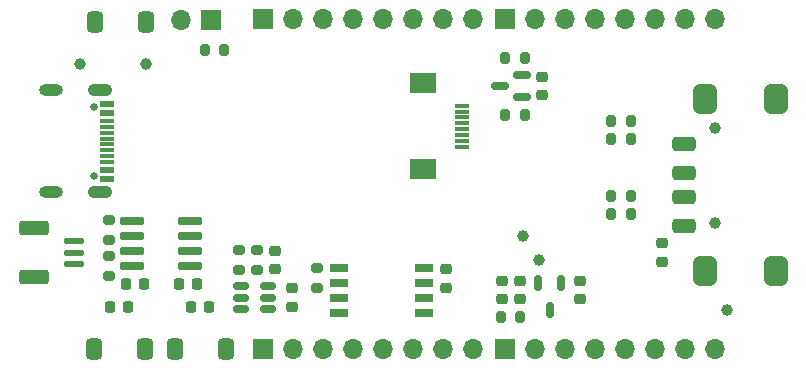
<source format=gbr>
%TF.GenerationSoftware,KiCad,Pcbnew,7.0.2*%
%TF.CreationDate,2023-05-11T00:09:11+08:00*%
%TF.ProjectId,LinuxDK,4c696e75-7844-44b2-9e6b-696361645f70,rev?*%
%TF.SameCoordinates,Original*%
%TF.FileFunction,Soldermask,Top*%
%TF.FilePolarity,Negative*%
%FSLAX46Y46*%
G04 Gerber Fmt 4.6, Leading zero omitted, Abs format (unit mm)*
G04 Created by KiCad (PCBNEW 7.0.2) date 2023-05-11 00:09:11*
%MOMM*%
%LPD*%
G01*
G04 APERTURE LIST*
G04 Aperture macros list*
%AMRoundRect*
0 Rectangle with rounded corners*
0 $1 Rounding radius*
0 $2 $3 $4 $5 $6 $7 $8 $9 X,Y pos of 4 corners*
0 Add a 4 corners polygon primitive as box body*
4,1,4,$2,$3,$4,$5,$6,$7,$8,$9,$2,$3,0*
0 Add four circle primitives for the rounded corners*
1,1,$1+$1,$2,$3*
1,1,$1+$1,$4,$5*
1,1,$1+$1,$6,$7*
1,1,$1+$1,$8,$9*
0 Add four rect primitives between the rounded corners*
20,1,$1+$1,$2,$3,$4,$5,0*
20,1,$1+$1,$4,$5,$6,$7,0*
20,1,$1+$1,$6,$7,$8,$9,0*
20,1,$1+$1,$8,$9,$2,$3,0*%
G04 Aperture macros list end*
%ADD10C,1.000000*%
%ADD11RoundRect,0.200000X0.275000X-0.200000X0.275000X0.200000X-0.275000X0.200000X-0.275000X-0.200000X0*%
%ADD12R,1.700000X1.700000*%
%ADD13O,1.700000X1.700000*%
%ADD14RoundRect,0.225000X0.250000X-0.225000X0.250000X0.225000X-0.250000X0.225000X-0.250000X-0.225000X0*%
%ADD15RoundRect,0.200000X-0.200000X-0.275000X0.200000X-0.275000X0.200000X0.275000X-0.200000X0.275000X0*%
%ADD16RoundRect,0.150000X-0.150000X0.512500X-0.150000X-0.512500X0.150000X-0.512500X0.150000X0.512500X0*%
%ADD17RoundRect,0.100000X0.750000X-0.150000X0.750000X0.150000X-0.750000X0.150000X-0.750000X-0.150000X0*%
%ADD18RoundRect,0.200000X1.050000X-0.400000X1.050000X0.400000X-1.050000X0.400000X-1.050000X-0.400000X0*%
%ADD19C,0.650000*%
%ADD20R,1.150000X0.600000*%
%ADD21R,1.150000X0.300000*%
%ADD22O,2.100000X1.050000*%
%ADD23O,2.000000X1.000000*%
%ADD24RoundRect,0.225000X-0.250000X0.225000X-0.250000X-0.225000X0.250000X-0.225000X0.250000X0.225000X0*%
%ADD25RoundRect,0.200000X-0.275000X0.200000X-0.275000X-0.200000X0.275000X-0.200000X0.275000X0.200000X0*%
%ADD26R,1.300000X0.300000*%
%ADD27R,2.200000X1.800000*%
%ADD28RoundRect,0.218750X-0.218750X-0.256250X0.218750X-0.256250X0.218750X0.256250X-0.218750X0.256250X0*%
%ADD29RoundRect,0.150000X0.587500X0.150000X-0.587500X0.150000X-0.587500X-0.150000X0.587500X-0.150000X0*%
%ADD30RoundRect,0.337500X-0.337500X-0.562500X0.337500X-0.562500X0.337500X0.562500X-0.337500X0.562500X0*%
%ADD31RoundRect,0.042000X0.943000X0.258000X-0.943000X0.258000X-0.943000X-0.258000X0.943000X-0.258000X0*%
%ADD32R,1.650000X0.650000*%
%ADD33RoundRect,0.200000X0.200000X0.275000X-0.200000X0.275000X-0.200000X-0.275000X0.200000X-0.275000X0*%
%ADD34RoundRect,0.150000X0.512500X0.150000X-0.512500X0.150000X-0.512500X-0.150000X0.512500X-0.150000X0*%
%ADD35RoundRect,0.300000X0.700000X-0.300000X0.700000X0.300000X-0.700000X0.300000X-0.700000X-0.300000X0*%
%ADD36RoundRect,0.500000X0.500000X-0.750000X0.500000X0.750000X-0.500000X0.750000X-0.500000X-0.750000X0*%
%ADD37RoundRect,0.225000X-0.225000X-0.250000X0.225000X-0.250000X0.225000X0.250000X-0.225000X0.250000X0*%
%ADD38RoundRect,0.225000X0.225000X0.250000X-0.225000X0.250000X-0.225000X-0.250000X0.225000X-0.250000X0*%
G04 APERTURE END LIST*
D10*
%TO.C,J5*%
X166751000Y-91313000D03*
X166751000Y-99313000D03*
%TD*%
D11*
%TO.C,R29*%
X133096000Y-104838000D03*
X133096000Y-103188000D03*
%TD*%
D12*
%TO.C,J7*%
X124084000Y-82169000D03*
D13*
X121544000Y-82169000D03*
%TD*%
D14*
%TO.C,C7*%
X150241000Y-105791000D03*
X150241000Y-104241000D03*
%TD*%
D15*
%TO.C,R24*%
X149035000Y-90170000D03*
X150685000Y-90170000D03*
%TD*%
D16*
%TO.C,U1*%
X153731000Y-104436500D03*
X151831000Y-104436500D03*
X152781000Y-106711500D03*
%TD*%
D12*
%TO.C,J9*%
X148971000Y-82042000D03*
D13*
X151511000Y-82042000D03*
X154051000Y-82042000D03*
X156591000Y-82042000D03*
X159131000Y-82042000D03*
X161671000Y-82042000D03*
X164211000Y-82042000D03*
X166751000Y-82042000D03*
%TD*%
D17*
%TO.C,J2*%
X112517000Y-102854000D03*
X112517000Y-101854000D03*
X112517000Y-100854000D03*
D18*
X109117000Y-103954000D03*
X109117000Y-99754000D03*
%TD*%
D19*
%TO.C,J4*%
X114202000Y-89554500D03*
X114202000Y-95334500D03*
D20*
X115277000Y-89244500D03*
X115277000Y-90044500D03*
D21*
X115277000Y-91194500D03*
X115277000Y-92194500D03*
X115277000Y-92694500D03*
X115277000Y-93694500D03*
D20*
X115277000Y-95644500D03*
X115277000Y-94844500D03*
D21*
X115277000Y-94194500D03*
X115277000Y-93194500D03*
X115277000Y-91694500D03*
X115277000Y-90694500D03*
D22*
X114702000Y-88124500D03*
D23*
X110522000Y-88124500D03*
X110522000Y-96764500D03*
D22*
X114702000Y-96764500D03*
%TD*%
D24*
%TO.C,C5*%
X155321000Y-104241000D03*
X155321000Y-105791000D03*
%TD*%
D10*
%TO.C,TP1*%
X113030000Y-85852000D03*
%TD*%
D15*
%TO.C,R6*%
X157975800Y-90728800D03*
X159625800Y-90728800D03*
%TD*%
D14*
%TO.C,C8*%
X148717000Y-105791000D03*
X148717000Y-104241000D03*
%TD*%
D24*
%TO.C,C31*%
X162306000Y-101079000D03*
X162306000Y-102629000D03*
%TD*%
D10*
%TO.C,TP3*%
X150495000Y-100457000D03*
%TD*%
D15*
%TO.C,R20*%
X157975800Y-97028000D03*
X159625800Y-97028000D03*
%TD*%
D14*
%TO.C,C33*%
X130937000Y-106439000D03*
X130937000Y-104889000D03*
%TD*%
D10*
%TO.C,TP4*%
X118618000Y-85852000D03*
%TD*%
D25*
%TO.C,R35*%
X115443000Y-99124000D03*
X115443000Y-100774000D03*
%TD*%
D26*
%TO.C,J6*%
X145334600Y-89410600D03*
X145334600Y-89910600D03*
X145334600Y-90410600D03*
X145334600Y-90910600D03*
X145334600Y-91410600D03*
X145334600Y-91910600D03*
X145334600Y-92410600D03*
X145334600Y-92910600D03*
D27*
X142084600Y-87510600D03*
X142084600Y-94810600D03*
%TD*%
D15*
%TO.C,R19*%
X157975800Y-92202000D03*
X159625800Y-92202000D03*
%TD*%
D24*
%TO.C,C30*%
X143967200Y-103263400D03*
X143967200Y-104813400D03*
%TD*%
D28*
%TO.C,D1*%
X115544500Y-106426000D03*
X117119500Y-106426000D03*
%TD*%
D29*
%TO.C,Q3*%
X150416500Y-88707000D03*
X150416500Y-86807000D03*
X148541500Y-87757000D03*
%TD*%
D30*
%TO.C,S3*%
X114309000Y-82296000D03*
X118609000Y-82296000D03*
%TD*%
%TO.C,S1*%
X121040000Y-109982000D03*
X125340000Y-109982000D03*
%TD*%
D31*
%TO.C,U4*%
X122358000Y-102997000D03*
X122358000Y-101727000D03*
X122358000Y-100457000D03*
X122358000Y-99187000D03*
X117418000Y-99187000D03*
X117418000Y-100457000D03*
X117418000Y-101727000D03*
X117418000Y-102997000D03*
%TD*%
D10*
%TO.C,TP2*%
X151892000Y-102489000D03*
%TD*%
D32*
%TO.C,IC3*%
X134957000Y-103124000D03*
X134957000Y-104394000D03*
X134957000Y-105664000D03*
X134957000Y-106934000D03*
X142157000Y-106934000D03*
X142157000Y-105664000D03*
X142157000Y-104394000D03*
X142157000Y-103124000D03*
%TD*%
D12*
%TO.C,J8*%
X128524000Y-82042000D03*
D13*
X131064000Y-82042000D03*
X133604000Y-82042000D03*
X136144000Y-82042000D03*
X138684000Y-82042000D03*
X141224000Y-82042000D03*
X143764000Y-82042000D03*
X146304000Y-82042000D03*
%TD*%
D12*
%TO.C,J11*%
X148971000Y-109982000D03*
D13*
X151511000Y-109982000D03*
X154051000Y-109982000D03*
X156591000Y-109982000D03*
X159131000Y-109982000D03*
X161671000Y-109982000D03*
X164211000Y-109982000D03*
X166751000Y-109982000D03*
%TD*%
D33*
%TO.C,R30*%
X125234200Y-84734400D03*
X123584200Y-84734400D03*
%TD*%
D25*
%TO.C,R31*%
X128016000Y-101664000D03*
X128016000Y-103314000D03*
%TD*%
D28*
%TO.C,D2*%
X122402500Y-106426000D03*
X123977500Y-106426000D03*
%TD*%
D34*
%TO.C,U2*%
X128899500Y-106614000D03*
X128899500Y-105664000D03*
X128899500Y-104714000D03*
X126624500Y-104714000D03*
X126624500Y-105664000D03*
X126624500Y-106614000D03*
%TD*%
D35*
%TO.C,J1*%
X164110000Y-99639000D03*
X164110000Y-97139000D03*
X164110000Y-95139000D03*
X164110000Y-92639000D03*
D36*
X165910000Y-103389000D03*
X165910000Y-88889000D03*
X171910000Y-88889000D03*
X171910000Y-103389000D03*
%TD*%
D10*
%TO.C,TP5*%
X167767000Y-106680000D03*
%TD*%
D15*
%TO.C,R15*%
X148654000Y-107302000D03*
X150304000Y-107302000D03*
%TD*%
D30*
%TO.C,S2*%
X114182000Y-109982000D03*
X118482000Y-109982000D03*
%TD*%
D25*
%TO.C,R36*%
X115443000Y-103822000D03*
X115443000Y-102172000D03*
%TD*%
D12*
%TO.C,J10*%
X128524000Y-109982000D03*
D13*
X131064000Y-109982000D03*
X133604000Y-109982000D03*
X136144000Y-109982000D03*
X138684000Y-109982000D03*
X141224000Y-109982000D03*
X143764000Y-109982000D03*
X146304000Y-109982000D03*
%TD*%
D33*
%TO.C,R23*%
X150685000Y-85344000D03*
X149035000Y-85344000D03*
%TD*%
D24*
%TO.C,C14*%
X152146000Y-86982000D03*
X152146000Y-88532000D03*
%TD*%
D37*
%TO.C,C36*%
X121355200Y-104546400D03*
X122905200Y-104546400D03*
%TD*%
D25*
%TO.C,R32*%
X126492000Y-101664000D03*
X126492000Y-103314000D03*
%TD*%
D15*
%TO.C,R21*%
X157975800Y-98552000D03*
X159625800Y-98552000D03*
%TD*%
D24*
%TO.C,C32*%
X129540000Y-101714000D03*
X129540000Y-103264000D03*
%TD*%
D38*
%TO.C,C35*%
X118434800Y-104546400D03*
X116884800Y-104546400D03*
%TD*%
M02*

</source>
